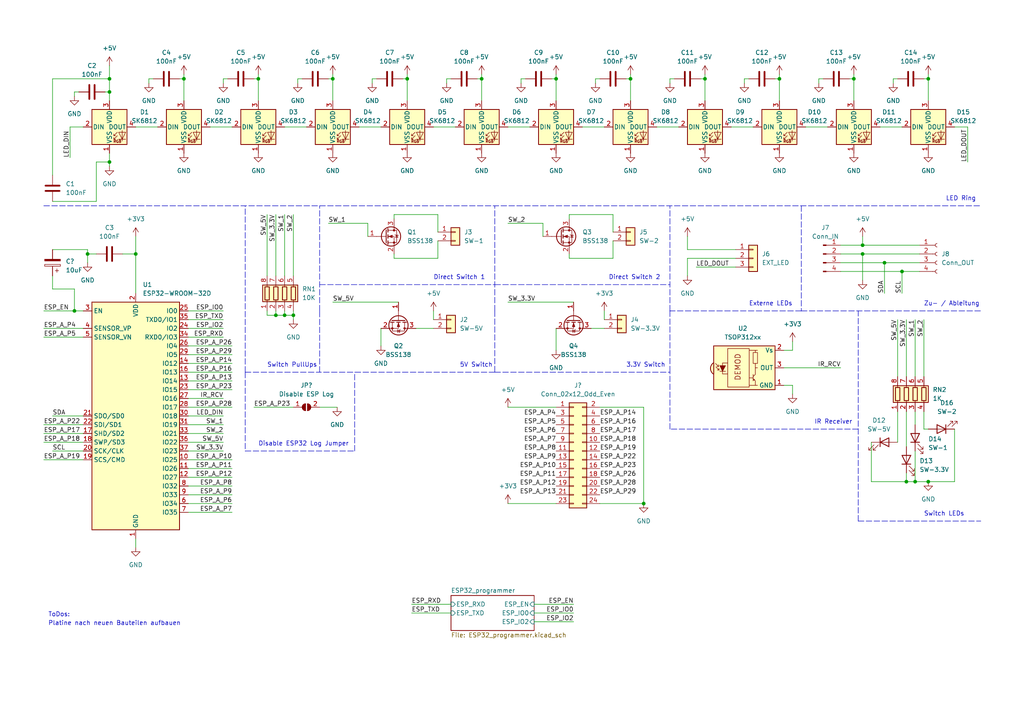
<source format=kicad_sch>
(kicad_sch (version 20211123) (generator eeschema)
  (paper "A4")
  (lib_symbols
    (symbol "Connector:Conn_01x04_Female" (pin_names (offset 1.016) hide)
      (property "Reference" "J" (at 0 5.08 0))
      (property "Value" "Conn_01x04_Female" (at 0 -7.62 0))
      (symbol "Conn_01x04_Female_1_1"
        (pin passive line (at -5.08 2.54 0) (length 3.81) (name "Pin_1") (number "1"))
        (pin passive line (at -5.08 0 0) (length 3.81) (name "Pin_2") (number "2"))
        (pin passive line (at -5.08 -2.54 0) (length 3.81) (name "Pin_3") (number "3"))
        (pin passive line (at -5.08 -5.08 0) (length 3.81) (name "Pin_4") (number "4"))
      )
    )
    (symbol "Connector:Conn_01x04_Male" (pin_names (offset 1.016) hide)
      (property "Reference" "J" (at 0 5.08 0))
      (property "Value" "Conn_01x04_Male" (at 0 -7.62 0))
      (symbol "Conn_01x04_Male_1_1"
        (pin passive line (at 5.08 2.54 180) (length 3.81) (name "Pin_1") (number "1"))
        (pin passive line (at 5.08 0 180) (length 3.81) (name "Pin_2") (number "2"))
        (pin passive line (at 5.08 -2.54 180) (length 3.81) (name "Pin_3") (number "3"))
        (pin passive line (at 5.08 -5.08 180) (length 3.81) (name "Pin_4") (number "4"))
      )
    )
    (symbol "Connector_Generic:Conn_01x02" (pin_names (offset 1.016) hide)
      (property "Reference" "J" (at 0 2.54 0))
      (property "Value" "Conn_01x02" (at 0 -5.08 0))
      (symbol "Conn_01x02_1_1"
        (pin passive line (at -5.08 0 0) (length 3.81) (name "Pin_1") (number "1"))
        (pin passive line (at -5.08 -2.54 0) (length 3.81) (name "Pin_2") (number "2"))
      )
    )
    (symbol "Connector_Generic:Conn_01x03" (pin_names (offset 1.016) hide)
      (property "Reference" "J" (at 0 5.08 0))
      (property "Value" "Conn_01x03" (at 0 -5.08 0))
      (symbol "Conn_01x03_1_1"
        (pin passive line (at -5.08 2.54 0) (length 3.81) (name "Pin_1") (number "1"))
        (pin passive line (at -5.08 0 0) (length 3.81) (name "Pin_2") (number "2"))
        (pin passive line (at -5.08 -2.54 0) (length 3.81) (name "Pin_3") (number "3"))
      )
    )
    (symbol "Connector_Generic:Conn_02x12_Odd_Even" (pin_names (offset 1.016) hide)
      (property "Reference" "J" (at 1.27 15.24 0))
      (property "Value" "Conn_02x12_Odd_Even" (at 1.27 -17.78 0))
      (symbol "Conn_02x12_Odd_Even_1_1"
        (pin passive line (at -5.08 12.7 0) (length 3.81) (name "Pin_1") (number "1"))
        (pin passive line (at 7.62 2.54 180) (length 3.81) (name "Pin_10") (number "10"))
        (pin passive line (at -5.08 0 0) (length 3.81) (name "Pin_11") (number "11"))
        (pin passive line (at 7.62 0 180) (length 3.81) (name "Pin_12") (number "12"))
        (pin passive line (at -5.08 -2.54 0) (length 3.81) (name "Pin_13") (number "13"))
        (pin passive line (at 7.62 -2.54 180) (length 3.81) (name "Pin_14") (number "14"))
        (pin passive line (at -5.08 -5.08 0) (length 3.81) (name "Pin_15") (number "15"))
        (pin passive line (at 7.62 -5.08 180) (length 3.81) (name "Pin_16") (number "16"))
        (pin passive line (at -5.08 -7.62 0) (length 3.81) (name "Pin_17") (number "17"))
        (pin passive line (at 7.62 -7.62 180) (length 3.81) (name "Pin_18") (number "18"))
        (pin passive line (at -5.08 -10.16 0) (length 3.81) (name "Pin_19") (number "19"))
        (pin passive line (at 7.62 12.7 180) (length 3.81) (name "Pin_2") (number "2"))
        (pin passive line (at 7.62 -10.16 180) (length 3.81) (name "Pin_20") (number "20"))
        (pin passive line (at -5.08 -12.7 0) (length 3.81) (name "Pin_21") (number "21"))
        (pin passive line (at 7.62 -12.7 180) (length 3.81) (name "Pin_22") (number "22"))
        (pin passive line (at -5.08 -15.24 0) (length 3.81) (name "Pin_23") (number "23"))
        (pin passive line (at 7.62 -15.24 180) (length 3.81) (name "Pin_24") (number "24"))
        (pin passive line (at -5.08 10.16 0) (length 3.81) (name "Pin_3") (number "3"))
        (pin passive line (at 7.62 10.16 180) (length 3.81) (name "Pin_4") (number "4"))
        (pin passive line (at -5.08 7.62 0) (length 3.81) (name "Pin_5") (number "5"))
        (pin passive line (at 7.62 7.62 180) (length 3.81) (name "Pin_6") (number "6"))
        (pin passive line (at -5.08 5.08 0) (length 3.81) (name "Pin_7") (number "7"))
        (pin passive line (at 7.62 5.08 180) (length 3.81) (name "Pin_8") (number "8"))
        (pin passive line (at -5.08 2.54 0) (length 3.81) (name "Pin_9") (number "9"))
      )
    )
    (symbol "Device:C" (pin_numbers hide) (pin_names (offset 0.254))
      (property "Reference" "C" (at 0.635 2.54 0))
      (property "Value" "C" (at 0.635 -2.54 0))
      (symbol "C_1_1"
        (pin passive line (at 0 3.81 270) (length 2.794) (name "~") (number "1"))
        (pin passive line (at 0 -3.81 90) (length 2.794) (name "~") (number "2"))
      )
    )
    (symbol "Device:C_Polarized" (pin_numbers hide) (pin_names (offset 0.254))
      (property "Reference" "C" (at 0.635 2.54 0))
      (property "Value" "C_Polarized" (at 0.635 -2.54 0))
      (symbol "C_Polarized_1_1"
        (pin passive line (at 0 3.81 270) (length 2.794) (name "~") (number "1"))
        (pin passive line (at 0 -3.81 90) (length 2.794) (name "~") (number "2"))
      )
    )
    (symbol "Device:LED" (pin_numbers hide) (pin_names (offset 1.016) hide)
      (property "Reference" "D" (at 0 2.54 0))
      (property "Value" "LED" (at 0 -2.54 0))
      (symbol "LED_1_1"
        (pin passive line (at -3.81 0 0) (length 2.54) (name "K") (number "1"))
        (pin passive line (at 3.81 0 180) (length 2.54) (name "A") (number "2"))
      )
    )
    (symbol "Device:R_Pack04" (pin_names (offset 0) hide)
      (property "Reference" "RN" (at -7.62 0 90))
      (property "Value" "R_Pack04" (at 5.08 0 90))
      (symbol "R_Pack04_1_1"
        (pin passive line (at -5.08 -5.08 90) (length 2.54) (name "R1.1") (number "1"))
        (pin passive line (at -2.54 -5.08 90) (length 2.54) (name "R2.1") (number "2"))
        (pin passive line (at 0 -5.08 90) (length 2.54) (name "R3.1") (number "3"))
        (pin passive line (at 2.54 -5.08 90) (length 2.54) (name "R4.1") (number "4"))
        (pin passive line (at 2.54 5.08 270) (length 2.54) (name "R4.2") (number "5"))
        (pin passive line (at 0 5.08 270) (length 2.54) (name "R3.2") (number "6"))
        (pin passive line (at -2.54 5.08 270) (length 2.54) (name "R2.2") (number "7"))
        (pin passive line (at -5.08 5.08 270) (length 2.54) (name "R1.2") (number "8"))
      )
    )
    (symbol "Interface_Optical:TSOP312xx"
      (property "Reference" "U" (at -10.16 7.62 0))
      (property "Value" "TSOP312xx" (at -10.16 -7.62 0))
      (symbol "TSOP312xx_0_0"
        (text "DEMOD" (at -3.175 0.254 900) (effects (font (size 1.524 1.524))))
      )
      (symbol "TSOP312xx_1_1"
        (pin power_in line (at 10.16 -5.08 180) (length 2.54) (name "GND") (number "1"))
        (pin power_in line (at 10.16 5.08 180) (length 2.54) (name "Vs") (number "2"))
        (pin output line (at 10.16 0 180) (length 2.54) (name "OUT") (number "3"))
      )
    )
    (symbol "Jumper:SolderJumper_2_Open" (pin_names (offset 0) hide)
      (property "Reference" "JP" (at 0 2.032 0))
      (property "Value" "SolderJumper_2_Open" (at 0 -2.54 0))
      (symbol "SolderJumper_2_Open_1_1"
        (pin passive line (at -3.81 0 0) (length 2.54) (name "A") (number "1"))
        (pin passive line (at 3.81 0 180) (length 2.54) (name "B") (number "2"))
      )
    )
    (symbol "LED:SK6812" (pin_names (offset 0.254))
      (property "Reference" "D" (at 5.08 5.715 0))
      (property "Value" "SK6812" (at 1.27 -5.715 0))
      (symbol "SK6812_0_0"
        (text "RGB" (at 2.286 -4.191 0) (effects (font (size 0.762 0.762))))
      )
      (symbol "SK6812_1_1"
        (pin power_in line (at 0 -7.62 90) (length 2.54) (name "VSS") (number "1"))
        (pin input line (at -7.62 0 0) (length 2.54) (name "DIN") (number "2"))
        (pin power_in line (at 0 7.62 270) (length 2.54) (name "VDD") (number "3"))
        (pin output line (at 7.62 0 180) (length 2.54) (name "DOUT") (number "4"))
      )
    )
    (symbol "RF_Module:ESP32-WROOM-32D"
      (property "Reference" "U" (at -12.7 34.29 0))
      (property "Value" "ESP32-WROOM-32D" (at 1.27 34.29 0))
      (symbol "ESP32-WROOM-32D_1_1"
        (pin power_in line (at 0 -35.56 90) (length 2.54) (name "GND") (number "1"))
        (pin bidirectional line (at 15.24 -12.7 180) (length 2.54) (name "IO25") (number "10"))
        (pin bidirectional line (at 15.24 -15.24 180) (length 2.54) (name "IO26") (number "11"))
        (pin bidirectional line (at 15.24 -17.78 180) (length 2.54) (name "IO27") (number "12"))
        (pin bidirectional line (at 15.24 10.16 180) (length 2.54) (name "IO14") (number "13"))
        (pin bidirectional line (at 15.24 15.24 180) (length 2.54) (name "IO12") (number "14"))
        (pin passive line (at 0 -35.56 90) (length 2.54) hide (name "GND") (number "15"))
        (pin bidirectional line (at 15.24 12.7 180) (length 2.54) (name "IO13") (number "16"))
        (pin bidirectional line (at -15.24 -5.08 0) (length 2.54) (name "SHD/SD2") (number "17"))
        (pin bidirectional line (at -15.24 -7.62 0) (length 2.54) (name "SWP/SD3") (number "18"))
        (pin bidirectional line (at -15.24 -12.7 0) (length 2.54) (name "SCS/CMD") (number "19"))
        (pin power_in line (at 0 35.56 270) (length 2.54) (name "VDD") (number "2"))
        (pin bidirectional line (at -15.24 -10.16 0) (length 2.54) (name "SCK/CLK") (number "20"))
        (pin bidirectional line (at -15.24 0 0) (length 2.54) (name "SDO/SD0") (number "21"))
        (pin bidirectional line (at -15.24 -2.54 0) (length 2.54) (name "SDI/SD1") (number "22"))
        (pin bidirectional line (at 15.24 7.62 180) (length 2.54) (name "IO15") (number "23"))
        (pin bidirectional line (at 15.24 25.4 180) (length 2.54) (name "IO2") (number "24"))
        (pin bidirectional line (at 15.24 30.48 180) (length 2.54) (name "IO0") (number "25"))
        (pin bidirectional line (at 15.24 20.32 180) (length 2.54) (name "IO4") (number "26"))
        (pin bidirectional line (at 15.24 5.08 180) (length 2.54) (name "IO16") (number "27"))
        (pin bidirectional line (at 15.24 2.54 180) (length 2.54) (name "IO17") (number "28"))
        (pin bidirectional line (at 15.24 17.78 180) (length 2.54) (name "IO5") (number "29"))
        (pin input line (at -15.24 30.48 0) (length 2.54) (name "EN") (number "3"))
        (pin bidirectional line (at 15.24 0 180) (length 2.54) (name "IO18") (number "30"))
        (pin bidirectional line (at 15.24 -2.54 180) (length 2.54) (name "IO19") (number "31"))
        (pin no_connect line (at -12.7 -27.94 0) (length 2.54) hide (name "NC") (number "32"))
        (pin bidirectional line (at 15.24 -5.08 180) (length 2.54) (name "IO21") (number "33"))
        (pin bidirectional line (at 15.24 22.86 180) (length 2.54) (name "RXD0/IO3") (number "34"))
        (pin bidirectional line (at 15.24 27.94 180) (length 2.54) (name "TXD0/IO1") (number "35"))
        (pin bidirectional line (at 15.24 -7.62 180) (length 2.54) (name "IO22") (number "36"))
        (pin bidirectional line (at 15.24 -10.16 180) (length 2.54) (name "IO23") (number "37"))
        (pin passive line (at 0 -35.56 90) (length 2.54) hide (name "GND") (number "38"))
        (pin passive line (at 0 -35.56 90) (length 2.54) hide (name "GND") (number "39"))
        (pin input line (at -15.24 25.4 0) (length 2.54) (name "SENSOR_VP") (number "4"))
        (pin input line (at -15.24 22.86 0) (length 2.54) (name "SENSOR_VN") (number "5"))
        (pin input line (at 15.24 -25.4 180) (length 2.54) (name "IO34") (number "6"))
        (pin input line (at 15.24 -27.94 180) (length 2.54) (name "IO35") (number "7"))
        (pin bidirectional line (at 15.24 -20.32 180) (length 2.54) (name "IO32") (number "8"))
        (pin bidirectional line (at 15.24 -22.86 180) (length 2.54) (name "IO33") (number "9"))
      )
    )
    (symbol "Transistor_FET:BS170F" (pin_names hide)
      (property "Reference" "Q" (at 5.08 1.905 0))
      (property "Value" "BS170F" (at 5.08 0 0))
      (symbol "BS170F_1_1"
        (pin input line (at -5.08 0 0) (length 2.54) (name "G") (number "1"))
        (pin passive line (at 2.54 -5.08 90) (length 2.54) (name "S") (number "2"))
        (pin passive line (at 2.54 5.08 270) (length 2.54) (name "D") (number "3"))
      )
    )
    (symbol "power:+3.3V" (power) (pin_names (offset 0))
      (property "Value" "+3.3V" (at 0 3.556 0))
      (symbol "+3.3V_1_1"
        (pin power_in line (at 0 0 90) (length 0) hide (name "+3V3") (number "1"))
      )
    )
    (symbol "power:+5V" (power) (pin_names (offset 0))
      (property "Value" "+5V" (at 0 3.556 0))
      (symbol "+5V_1_1"
        (pin power_in line (at 0 0 90) (length 0) hide (name "+5V") (number "1"))
      )
    )
    (symbol "power:GND" (power) (pin_names (offset 0))
      (property "Value" "GND" (at 0 -3.81 0))
      (symbol "GND_1_1"
        (pin power_in line (at 0 0 270) (length 0) hide (name "GND") (number "1"))
      )
    )
  )
  (junction (at 186.69 146.05))
  (junction (at 74.93 22.86))
  (junction (at 80.01 91.44))
  (junction (at 82.55 91.44))
  (junction (at 182.88 22.86))
  (junction (at 85.09 91.44))
  (junction (at 269.24 22.86))
  (junction (at 250.19 71.12))
  (junction (at 53.34 22.86))
  (junction (at 250.19 73.66))
  (junction (at 265.43 139.7))
  (junction (at 25.4 73.66))
  (junction (at 31.75 22.86))
  (junction (at 269.24 139.7))
  (junction (at 96.52 22.86))
  (junction (at 39.37 73.66))
  (junction (at 31.75 26.67))
  (junction (at 261.62 78.74))
  (junction (at 247.65 22.86))
  (junction (at 21.59 90.17))
  (junction (at 204.47 22.86))
  (junction (at 161.29 22.86))
  (junction (at 262.89 139.7))
  (junction (at 118.11 22.86))
  (junction (at 226.06 22.86))
  (junction (at 139.7 22.86))
  (junction (at 31.75 46.99))
  (junction (at 256.54 76.2))
  (wire (pts (xy 39.37 85.09) (xy 39.37 73.66)))
  (wire (pts (xy 195.58 22.86) (xy 194.31 22.86)))
  (wire (pts (xy 114.3 74.93) (xy 114.3 73.66)))
  (wire (pts (xy 165.1 74.93) (xy 177.8 74.93)))
  (wire (pts (xy 85.09 62.23) (xy 85.09 80.01)))
  (wire (pts (xy 54.61 113.03) (xy 67.31 113.03)))
  (wire (pts (xy 154.94 175.26) (xy 166.37 175.26)))
  (wire (pts (xy 260.35 119.38) (xy 260.35 128.27)))
  (wire (pts (xy 269.24 21.59) (xy 269.24 22.86)))
  (wire (pts (xy 237.49 22.86) (xy 237.49 24.13)))
  (polyline (pts (xy 71.12 107.95) (xy 92.71 107.95)))
  (wire (pts (xy 73.66 118.11) (xy 85.09 118.11)))
  (wire (pts (xy 243.84 73.66) (xy 250.19 73.66)))
  (wire (pts (xy 265.43 139.7) (xy 262.89 139.7)))
  (wire (pts (xy 165.1 62.23) (xy 177.8 62.23)))
  (polyline (pts (xy 12.7 59.69) (xy 284.48 59.69)))
  (wire (pts (xy 165.1 74.93) (xy 165.1 73.66)))
  (wire (pts (xy 31.75 46.99) (xy 31.75 44.45)))
  (wire (pts (xy 15.24 72.39) (xy 25.4 72.39)))
  (wire (pts (xy 54.61 140.97) (xy 67.31 140.97)))
  (wire (pts (xy 31.75 48.26) (xy 31.75 46.99)))
  (wire (pts (xy 269.24 22.86) (xy 269.24 29.21)))
  (wire (pts (xy 54.61 110.49) (xy 67.31 110.49)))
  (wire (pts (xy 255.27 36.83) (xy 261.62 36.83)))
  (wire (pts (xy 161.29 21.59) (xy 161.29 22.86)))
  (wire (pts (xy 125.73 90.17) (xy 125.73 92.71)))
  (wire (pts (xy 53.34 22.86) (xy 53.34 29.21)))
  (wire (pts (xy 54.61 115.57) (xy 64.77 115.57)))
  (wire (pts (xy 80.01 62.23) (xy 80.01 80.01)))
  (wire (pts (xy 256.54 76.2) (xy 256.54 85.09)))
  (wire (pts (xy 31.75 19.05) (xy 31.75 22.86)))
  (wire (pts (xy 31.75 26.67) (xy 31.75 29.21)))
  (wire (pts (xy 250.19 68.58) (xy 250.19 71.12)))
  (wire (pts (xy 215.9 22.86) (xy 215.9 24.13)))
  (wire (pts (xy 161.29 95.25) (xy 161.29 101.6)))
  (polyline (pts (xy 143.51 82.55) (xy 194.31 82.55)))
  (wire (pts (xy 95.25 22.86) (xy 96.52 22.86)))
  (wire (pts (xy 114.3 62.23) (xy 127 62.23)))
  (wire (pts (xy 256.54 76.2) (xy 266.7 76.2)))
  (wire (pts (xy 130.81 22.86) (xy 129.54 22.86)))
  (wire (pts (xy 138.43 22.86) (xy 139.7 22.86)))
  (wire (pts (xy 21.59 83.82) (xy 15.24 83.82)))
  (wire (pts (xy 246.38 22.86) (xy 247.65 22.86)))
  (wire (pts (xy 127 62.23) (xy 127 67.31)))
  (wire (pts (xy 175.26 90.17) (xy 175.26 92.71)))
  (wire (pts (xy 54.61 105.41) (xy 67.31 105.41)))
  (wire (pts (xy 262.89 119.38) (xy 262.89 129.54)))
  (wire (pts (xy 217.17 22.86) (xy 215.9 22.86)))
  (wire (pts (xy 177.8 74.93) (xy 177.8 69.85)))
  (wire (pts (xy 147.32 118.11) (xy 161.29 118.11)))
  (wire (pts (xy 265.43 130.81) (xy 265.43 139.7)))
  (wire (pts (xy 171.45 95.25) (xy 175.26 95.25)))
  (wire (pts (xy 85.09 91.44) (xy 85.09 92.71)))
  (wire (pts (xy 12.7 125.73) (xy 24.13 125.73)))
  (wire (pts (xy 267.97 92.71) (xy 267.97 109.22)))
  (wire (pts (xy 73.66 22.86) (xy 74.93 22.86)))
  (wire (pts (xy 194.31 22.86) (xy 194.31 24.13)))
  (polyline (pts (xy 143.51 107.95) (xy 92.71 107.95)))
  (polyline (pts (xy 194.31 90.17) (xy 194.31 59.69)))
  (wire (pts (xy 168.91 36.83) (xy 175.26 36.83)))
  (wire (pts (xy 106.68 68.58) (xy 106.68 64.77)))
  (wire (pts (xy 25.4 76.2) (xy 25.4 73.66)))
  (wire (pts (xy 80.01 91.44) (xy 82.55 91.44)))
  (polyline (pts (xy 92.71 107.95) (xy 92.71 90.17)))
  (wire (pts (xy 82.55 62.23) (xy 82.55 80.01)))
  (wire (pts (xy 226.06 22.86) (xy 226.06 29.21)))
  (wire (pts (xy 177.8 62.23) (xy 177.8 67.31)))
  (wire (pts (xy 129.54 22.86) (xy 129.54 24.13)))
  (wire (pts (xy 265.43 92.71) (xy 265.43 109.22)))
  (polyline (pts (xy 232.41 59.69) (xy 232.41 90.17)))
  (wire (pts (xy 44.45 22.86) (xy 43.18 22.86)))
  (wire (pts (xy 252.73 128.27) (xy 252.73 139.7)))
  (wire (pts (xy 154.94 180.34) (xy 166.37 180.34)))
  (polyline (pts (xy 232.41 90.17) (xy 194.31 90.17)))
  (wire (pts (xy 54.61 133.35) (xy 67.31 133.35)))
  (wire (pts (xy 233.68 36.83) (xy 240.03 36.83)))
  (wire (pts (xy 21.59 26.67) (xy 21.59 27.94)))
  (wire (pts (xy 151.13 22.86) (xy 151.13 24.13)))
  (wire (pts (xy 96.52 21.59) (xy 96.52 22.86)))
  (wire (pts (xy 139.7 21.59) (xy 139.7 22.86)))
  (polyline (pts (xy 194.31 124.46) (xy 194.31 107.95)))
  (wire (pts (xy 116.84 22.86) (xy 118.11 22.86)))
  (wire (pts (xy 265.43 119.38) (xy 265.43 123.19)))
  (polyline (pts (xy 71.12 130.81) (xy 102.87 130.81)))
  (wire (pts (xy 54.61 125.73) (xy 64.77 125.73)))
  (wire (pts (xy 109.22 22.86) (xy 107.95 22.86)))
  (wire (pts (xy 12.7 133.35) (xy 24.13 133.35)))
  (wire (pts (xy 157.48 68.58) (xy 157.48 64.77)))
  (wire (pts (xy 54.61 97.79) (xy 64.77 97.79)))
  (wire (pts (xy 60.96 36.83) (xy 67.31 36.83)))
  (wire (pts (xy 259.08 22.86) (xy 259.08 24.13)))
  (wire (pts (xy 152.4 22.86) (xy 151.13 22.86)))
  (wire (pts (xy 77.47 62.23) (xy 77.47 80.01)))
  (wire (pts (xy 66.04 22.86) (xy 64.77 22.86)))
  (polyline (pts (xy 71.12 107.95) (xy 71.12 59.69)))
  (wire (pts (xy 190.5 36.83) (xy 196.85 36.83)))
  (wire (pts (xy 199.39 74.93) (xy 199.39 80.01)))
  (wire (pts (xy 54.61 135.89) (xy 67.31 135.89)))
  (wire (pts (xy 186.69 118.11) (xy 186.69 146.05)))
  (wire (pts (xy 213.36 74.93) (xy 199.39 74.93)))
  (wire (pts (xy 118.11 22.86) (xy 118.11 29.21)))
  (wire (pts (xy 201.93 77.47) (xy 213.36 77.47)))
  (wire (pts (xy 139.7 22.86) (xy 139.7 29.21)))
  (wire (pts (xy 54.61 148.59) (xy 67.31 148.59)))
  (wire (pts (xy 54.61 120.65) (xy 64.77 120.65)))
  (wire (pts (xy 276.86 124.46) (xy 276.86 139.7)))
  (wire (pts (xy 87.63 22.86) (xy 86.36 22.86)))
  (wire (pts (xy 267.97 124.46) (xy 269.24 124.46)))
  (wire (pts (xy 165.1 63.5) (xy 165.1 62.23)))
  (wire (pts (xy 280.67 36.83) (xy 280.67 46.99)))
  (wire (pts (xy 173.99 22.86) (xy 172.72 22.86)))
  (wire (pts (xy 227.33 106.68) (xy 243.84 106.68)))
  (wire (pts (xy 110.49 95.25) (xy 110.49 100.33)))
  (wire (pts (xy 173.99 146.05) (xy 186.69 146.05)))
  (wire (pts (xy 80.01 90.17) (xy 80.01 91.44)))
  (wire (pts (xy 21.59 90.17) (xy 21.59 83.82)))
  (wire (pts (xy 127 74.93) (xy 127 69.85)))
  (wire (pts (xy 104.14 36.83) (xy 110.49 36.83)))
  (wire (pts (xy 250.19 71.12) (xy 266.7 71.12)))
  (wire (pts (xy 39.37 36.83) (xy 45.72 36.83)))
  (wire (pts (xy 147.32 146.05) (xy 161.29 146.05)))
  (wire (pts (xy 204.47 22.86) (xy 204.47 29.21)))
  (wire (pts (xy 262.89 92.71) (xy 262.89 109.22)))
  (wire (pts (xy 114.3 63.5) (xy 114.3 62.23)))
  (wire (pts (xy 54.61 100.33) (xy 67.31 100.33)))
  (wire (pts (xy 260.35 22.86) (xy 259.08 22.86)))
  (wire (pts (xy 203.2 22.86) (xy 204.47 22.86)))
  (wire (pts (xy 276.86 36.83) (xy 280.67 36.83)))
  (wire (pts (xy 54.61 90.17) (xy 64.77 90.17)))
  (polyline (pts (xy 248.92 151.13) (xy 248.92 90.17)))
  (wire (pts (xy 54.61 146.05) (xy 67.31 146.05)))
  (wire (pts (xy 39.37 68.58) (xy 39.37 73.66)))
  (polyline (pts (xy 92.71 82.55) (xy 143.51 82.55)))
  (wire (pts (xy 147.32 64.77) (xy 157.48 64.77)))
  (wire (pts (xy 276.86 139.7) (xy 269.24 139.7)))
  (wire (pts (xy 267.97 119.38) (xy 267.97 124.46)))
  (wire (pts (xy 118.11 21.59) (xy 118.11 22.86)))
  (wire (pts (xy 53.34 21.59) (xy 53.34 22.86)))
  (wire (pts (xy 54.61 138.43) (xy 67.31 138.43)))
  (wire (pts (xy 39.37 156.21) (xy 39.37 158.75)))
  (wire (pts (xy 12.7 90.17) (xy 21.59 90.17)))
  (wire (pts (xy 27.94 46.99) (xy 31.75 46.99)))
  (wire (pts (xy 54.61 128.27) (xy 64.77 128.27)))
  (wire (pts (xy 30.48 26.67) (xy 31.75 26.67)))
  (wire (pts (xy 147.32 87.63) (xy 166.37 87.63)))
  (wire (pts (xy 54.61 107.95) (xy 67.31 107.95)))
  (wire (pts (xy 212.09 36.83) (xy 218.44 36.83)))
  (wire (pts (xy 64.77 22.86) (xy 64.77 24.13)))
  (polyline (pts (xy 194.31 90.17) (xy 194.31 107.95)))
  (wire (pts (xy 204.47 21.59) (xy 204.47 22.86)))
  (wire (pts (xy 147.32 36.83) (xy 153.67 36.83)))
  (wire (pts (xy 54.61 102.87) (xy 67.31 102.87)))
  (wire (pts (xy 182.88 22.86) (xy 182.88 29.21)))
  (wire (pts (xy 86.36 22.86) (xy 86.36 24.13)))
  (wire (pts (xy 172.72 22.86) (xy 172.72 24.13)))
  (wire (pts (xy 54.61 92.71) (xy 64.77 92.71)))
  (polyline (pts (xy 143.51 90.17) (xy 143.51 59.69)))
  (wire (pts (xy 243.84 71.12) (xy 250.19 71.12)))
  (wire (pts (xy 20.32 36.83) (xy 20.32 45.72)))
  (wire (pts (xy 82.55 91.44) (xy 85.09 91.44)))
  (wire (pts (xy 12.7 97.79) (xy 24.13 97.79)))
  (polyline (pts (xy 143.51 90.17) (xy 143.51 107.95)))
  (polyline (pts (xy 102.87 130.81) (xy 102.87 107.95)))
  (wire (pts (xy 262.89 139.7) (xy 262.89 137.16)))
  (wire (pts (xy 77.47 90.17) (xy 77.47 91.44)))
  (wire (pts (xy 173.99 118.11) (xy 186.69 118.11)))
  (wire (pts (xy 12.7 123.19) (xy 24.13 123.19)))
  (wire (pts (xy 250.19 73.66) (xy 266.7 73.66)))
  (wire (pts (xy 74.93 22.86) (xy 74.93 29.21)))
  (polyline (pts (xy 248.92 124.46) (xy 194.31 124.46)))
  (wire (pts (xy 227.33 101.6) (xy 229.87 101.6)))
  (wire (pts (xy 95.25 64.77) (xy 106.68 64.77)))
  (wire (pts (xy 24.13 36.83) (xy 20.32 36.83)))
  (polyline (pts (xy 143.51 107.95) (xy 194.31 107.95)))
  (wire (pts (xy 31.75 22.86) (xy 15.24 22.86)))
  (wire (pts (xy 119.38 175.26) (xy 130.81 175.26)))
  (wire (pts (xy 261.62 78.74) (xy 261.62 85.09)))
  (wire (pts (xy 226.06 21.59) (xy 226.06 22.86)))
  (wire (pts (xy 92.71 118.11) (xy 97.79 118.11)))
  (wire (pts (xy 247.65 21.59) (xy 247.65 22.86)))
  (wire (pts (xy 25.4 72.39) (xy 25.4 73.66)))
  (wire (pts (xy 85.09 90.17) (xy 85.09 91.44)))
  (wire (pts (xy 213.36 72.39) (xy 199.39 72.39)))
  (wire (pts (xy 96.52 22.86) (xy 96.52 29.21)))
  (polyline (pts (xy 232.41 90.17) (xy 284.48 90.17)))
  (wire (pts (xy 229.87 99.06) (xy 229.87 101.6)))
  (wire (pts (xy 243.84 76.2) (xy 256.54 76.2)))
  (wire (pts (xy 15.24 22.86) (xy 15.24 50.8)))
  (wire (pts (xy 269.24 139.7) (xy 265.43 139.7)))
  (wire (pts (xy 82.55 90.17) (xy 82.55 91.44)))
  (wire (pts (xy 252.73 139.7) (xy 262.89 139.7)))
  (wire (pts (xy 250.19 73.66) (xy 250.19 81.28)))
  (wire (pts (xy 43.18 22.86) (xy 43.18 24.13)))
  (wire (pts (xy 125.73 36.83) (xy 132.08 36.83)))
  (wire (pts (xy 161.29 22.86) (xy 161.29 29.21)))
  (wire (pts (xy 107.95 22.86) (xy 107.95 24.13)))
  (wire (pts (xy 31.75 22.86) (xy 31.75 26.67)))
  (wire (pts (xy 12.7 128.27) (xy 24.13 128.27)))
  (wire (pts (xy 22.86 26.67) (xy 21.59 26.67)))
  (wire (pts (xy 119.38 177.8) (xy 130.81 177.8)))
  (wire (pts (xy 227.33 111.76) (xy 229.87 111.76)))
  (wire (pts (xy 181.61 22.86) (xy 182.88 22.86)))
  (wire (pts (xy 224.79 22.86) (xy 226.06 22.86)))
  (wire (pts (xy 199.39 68.58) (xy 199.39 72.39)))
  (wire (pts (xy 21.59 90.17) (xy 24.13 90.17)))
  (wire (pts (xy 160.02 22.86) (xy 161.29 22.86)))
  (wire (pts (xy 15.24 130.81) (xy 24.13 130.81)))
  (wire (pts (xy 96.52 87.63) (xy 115.57 87.63)))
  (wire (pts (xy 15.24 83.82) (xy 15.24 80.01)))
  (wire (pts (xy 54.61 118.11) (xy 67.31 118.11)))
  (wire (pts (xy 54.61 143.51) (xy 67.31 143.51)))
  (wire (pts (xy 114.3 74.93) (xy 127 74.93)))
  (wire (pts (xy 182.88 21.59) (xy 182.88 22.86)))
  (wire (pts (xy 77.47 91.44) (xy 80.01 91.44)))
  (polyline (pts (xy 92.71 90.17) (xy 92.71 59.69)))
  (wire (pts (xy 39.37 73.66) (xy 35.56 73.66)))
  (wire (pts (xy 247.65 22.86) (xy 247.65 29.21)))
  (wire (pts (xy 82.55 36.83) (xy 88.9 36.83)))
  (wire (pts (xy 54.61 123.19) (xy 64.77 123.19)))
  (wire (pts (xy 243.84 78.74) (xy 261.62 78.74)))
  (wire (pts (xy 238.76 22.86) (xy 237.49 22.86)))
  (wire (pts (xy 229.87 114.3) (xy 229.87 111.76)))
  (wire (pts (xy 15.24 58.42) (xy 27.94 58.42)))
  (wire (pts (xy 54.61 130.81) (xy 64.77 130.81)))
  (polyline (pts (xy 71.12 107.95) (xy 71.12 130.81)))
  (wire (pts (xy 12.7 95.25) (xy 24.13 95.25)))
  (wire (pts (xy 27.94 58.42) (xy 27.94 46.99)))
  (wire (pts (xy 260.35 92.71) (xy 260.35 109.22)))
  (wire (pts (xy 261.62 78.74) (xy 266.7 78.74)))
  (wire (pts (xy 74.93 21.59) (xy 74.93 22.86)))
  (wire (pts (xy 120.65 95.25) (xy 125.73 95.25)))
  (polyline (pts (xy 248.92 151.13) (xy 284.48 151.13)))
  (wire (pts (xy 154.94 177.8) (xy 166.37 177.8)))
  (wire (pts (xy 54.61 95.25) (xy 64.77 95.25)))
  (wire (pts (xy 267.97 22.86) (xy 269.24 22.86)))
  (wire (pts (xy 25.4 73.66) (xy 27.94 73.66)))
  (wire (pts (xy 15.24 120.65) (xy 24.13 120.65)))
  (wire (pts (xy 52.07 22.86) (xy 53.34 22.86)))
  (text "IR Receiver" (at 236.22 123.19 0) (effects (font (size 1.27 1.27)) (justify left bottom)))
  (text "Switch LEDs" (at 267.97 149.86 0) (effects (font (size 1.27 1.27)) (justify left bottom)))
  (text "Zu- / Ableitung" (at 267.97 88.9 0) (effects (font (size 1.27 1.27)) (justify left bottom)))
  (text "ToDos:" (at 13.97 179.07 0) (effects (font (size 1.27 1.27)) (justify left bottom)))
  (text "5V Switch" (at 133.35 106.68 0) (effects (font (size 1.27 1.27)) (justify left bottom)))
  (text "LED Ring" (at 274.32 58.42 0) (effects (font (size 1.27 1.27)) (justify left bottom)))
  (text "Switch PullUps" (at 77.47 106.68 0) (effects (font (size 1.27 1.27)) (justify left bottom)))
  (text "3.3V Switch" (at 181.61 106.68 0) (effects (font (size 1.27 1.27)) (justify left bottom)))
  (text "Platine nach neuen Bauteilen aufbauen" (at 13.97 181.61 0) (effects (font (size 1.27 1.27)) (justify left bottom)))
  (text "Direct Switch 2" (at 176.53 81.28 0) (effects (font (size 1.27 1.27)) (justify left bottom)))
  (text "Externe LEDs" (at 229.87 88.9 180) (effects (font (size 1.27 1.27)) (justify right bottom)))
  (text "Direct Switch 1" (at 125.73 81.28 0) (effects (font (size 1.27 1.27)) (justify left bottom)))
  (text "Disable ESP32 Log Jumper" (at 74.93 129.54 0) (effects (font (size 1.27 1.27)) (justify left bottom)))
  (label "ESP_TXD" (at 119.38 177.8 0))
  (label "ESP_A_P19" (at 173.99 130.81 0))
  (label "ESP_A_P5" (at 12.7 97.79 0))
  (label "ESP_A_P17" (at 12.7 125.73 0))
  (label "SW_5V" (at 96.52 87.63 0))
  (label "ESP_A_P22" (at 173.99 133.35 0))
  (label "ESP_A_P22" (at 12.7 123.19 0))
  (label "SW_2" (at 267.97 92.71 270))
  (label "SW_3.3V" (at 147.32 87.63 0))
  (label "ESP_A_P18" (at 12.7 128.27 0))
  (label "ESP_A_P23" (at 173.99 135.89 0))
  (label "ESP_A_P6" (at 161.29 125.73 180))
  (label "ESP_A_P29" (at 173.99 143.51 0))
  (label "ESP_RXD" (at 119.38 175.26 0))
  (label "ESP_IO0" (at 64.77 90.17 180))
  (label "ESP_A_P14" (at 173.99 120.65 0))
  (label "ESP_A_P10" (at 161.29 135.89 180))
  (label "LED_DOUT" (at 280.67 46.99 90))
  (label "ESP_IO0" (at 166.37 177.8 180))
  (label "SW_2" (at 64.77 125.73 180))
  (label "SW_5V" (at 260.35 92.71 270))
  (label "ESP_A_P9" (at 161.29 133.35 180))
  (label "ESP_A_P8" (at 161.29 130.81 180))
  (label "ESP_EN" (at 166.37 175.26 180))
  (label "SW_2" (at 85.09 62.23 270))
  (label "LED_DIN" (at 64.77 120.65 180))
  (label "ESP_EN" (at 12.7 90.17 0))
  (label "SW_3.3V" (at 262.89 92.71 270))
  (label "ESP_A_P7" (at 161.29 128.27 180))
  (label "SCL" (at 15.24 130.81 0))
  (label "ESP_TXD" (at 64.77 92.71 180))
  (label "ESP_A_P4" (at 12.7 95.25 0))
  (label "SW_3.3V" (at 80.01 62.23 270))
  (label "ESP_A_P29" (at 67.31 102.87 180))
  (label "ESP_A_P6" (at 67.31 146.05 180))
  (label "ESP_IO2" (at 64.77 95.25 180))
  (label "SDA" (at 256.54 85.09 90))
  (label "ESP_IO2" (at 166.37 180.34 180))
  (label "SW_2" (at 147.32 64.77 0))
  (label "ESP_A_P10" (at 67.31 133.35 180))
  (label "ESP_A_P5" (at 161.29 123.19 180))
  (label "ESP_A_P4" (at 161.29 120.65 180))
  (label "IR_RCV" (at 64.77 115.57 180))
  (label "SW_3.3V" (at 64.77 130.81 180))
  (label "SW_1" (at 82.55 62.23 270))
  (label "SW_5V" (at 64.77 128.27 180))
  (label "ESP_A_P14" (at 67.31 105.41 180))
  (label "ESP_A_P16" (at 173.99 123.19 0))
  (label "ESP_A_P17" (at 173.99 125.73 0))
  (label "SW_1" (at 95.25 64.77 0))
  (label "ESP_A_P16" (at 67.31 107.95 180))
  (label "ESP_A_P12" (at 67.31 138.43 180))
  (label "ESP_A_P28" (at 173.99 140.97 0))
  (label "ESP_A_P11" (at 67.31 135.89 180))
  (label "ESP_A_P12" (at 161.29 140.97 180))
  (label "ESP_A_P26" (at 67.31 100.33 180))
  (label "IR_RCV" (at 243.84 106.68 180))
  (label "ESP_A_P23" (at 73.66 118.11 0))
  (label "ESP_A_P18" (at 173.99 128.27 0))
  (label "LED_DIN" (at 20.32 45.72 90))
  (label "SCL" (at 261.62 85.09 90))
  (label "SW_5V" (at 77.47 62.23 270))
  (label "LED_DOUT" (at 201.93 77.47 0))
  (label "ESP_A_P19" (at 12.7 133.35 0))
  (label "SW_1" (at 64.77 123.19 180))
  (label "ESP_A_P8" (at 67.31 140.97 180))
  (label "SDA" (at 15.24 120.65 0))
  (label "ESP_A_P13" (at 161.29 143.51 180))
  (label "ESP_RXD" (at 64.77 97.79 180))
  (label "ESP_A_P7" (at 67.31 148.59 180))
  (label "ESP_A_P13" (at 67.31 110.49 180))
  (label "ESP_A_P11" (at 161.29 138.43 180))
  (label "SW_1" (at 265.43 92.71 270))
  (label "ESP_A_P26" (at 173.99 138.43 0))
  (label "ESP_A_P28" (at 67.31 118.11 180))
  (label "ESP_A_P9" (at 67.31 143.51 180))
  (label "ESP_A_P23" (at 67.31 113.03 180))
  (symbol (lib_id "Device:R_Pack04") (at 265.43 114.3 0) (unit 1)
    (property "Reference" "RN2" (at 270.51 113.0299 0) (effects (justify left)))
    (property "Value" "1K" (at 270.51 115.5699 0) (effects (justify left)))
    (property "Footprint" "Resistor_SMD:R_Array_Convex_4x0603" (effects hide))
    (property "LCSC" "C20197" (effects hide))
  )
  (symbol (lib_id "power:+5V") (at 147.32 118.11 0) (unit 1)
    (property "Reference" "#PWR?" (effects hide))
    (property "Value" "+5V" (at 147.32 113.03 0))
  )
  (symbol (lib_id "power:GND") (at 229.87 114.3 0) (unit 1)
    (property "Reference" "#PWR042" (effects hide))
    (property "Value" "GND" (at 229.87 119.38 0))
  )
  (symbol (lib_id "Connector_Generic:Conn_01x02") (at 182.88 67.31 0) (unit 1)
    (property "Reference" "J5" (at 185.42 67.3099 0) (effects (justify left)))
    (property "Value" "SW-2" (at 185.42 69.8499 0) (effects (justify left)))
    (property "Footprint" "Connector_JST:JST_PH_S2B-PH-K_1x02_P2.00mm_Horizontal" (effects hide))
    (property "LCSC" "C173752" (effects hide))
  )
  (symbol (lib_id "power:+5V") (at 269.24 21.59 0) (unit 1)
    (property "Reference" "#PWR049" (effects hide))
    (property "Value" "+5V" (at 269.24 16.51 0))
  )
  (symbol (lib_id "LED:SK6812") (at 182.88 36.83 0) (unit 1)
    (property "Reference" "D8" (at 193.04 32.4993 0))
    (property "Value" "SK6812" (at 193.04 35.0393 0))
    (property "Footprint" "LED_SMD:LED_SK6812_PLCC4_5.0x5.0mm_P3.2mm" (effects hide))
    (property "Datasheet" "https://cdn-shop.adafruit.com/product-files/1138/SK6812+LED+datasheet+.pdf" (effects hide))
  )
  (symbol (lib_id "Connector:Conn_01x04_Male") (at 238.76 73.66 0) (unit 1)
    (property "Reference" "J7" (at 239.395 66.04 0))
    (property "Value" "Conn_IN" (at 239.395 68.58 0))
    (property "Footprint" "Connector_JST:JST_PH_S4B-PH-K_1x04_P2.00mm_Horizontal" (effects hide))
    (property "LCSC" "C157926" (effects hide))
  )
  (symbol (lib_id "Device:C") (at 113.03 22.86 90) (unit 1)
    (property "Reference" "C7" (at 113.03 15.24 90))
    (property "Value" "100nF" (at 113.03 17.78 90))
    (property "Footprint" "Capacitor_SMD:C_0805_2012Metric_Pad1.18x1.45mm_HandSolder" (effects hide))
    (property "LCSC" "C49678" (effects hide))
  )
  (symbol (lib_id "power:+5V") (at 226.06 21.59 0) (unit 1)
    (property "Reference" "#PWR039" (effects hide))
    (property "Value" "+5V" (at 226.06 16.51 0))
  )
  (symbol (lib_id "Transistor_FET:BS170F") (at 111.76 68.58 0) (unit 1)
    (property "Reference" "Q1" (at 118.11 67.3099 0) (effects (justify left)))
    (property "Value" "BSS138" (at 118.11 69.8499 0) (effects (justify left)))
    (property "Footprint" "Package_TO_SOT_SMD:SOT-23" (effects hide))
    (property "Datasheet" "http://www.diodes.com/assets/Datasheets/BS170F.pdf" (effects hide))
    (property "LCSC" "C255592" (effects hide))
  )
  (symbol (lib_id "power:+5V") (at 118.11 21.59 0) (unit 1)
    (property "Reference" "#PWR019" (effects hide))
    (property "Value" "+5V" (at 118.11 16.51 0))
  )
  (symbol (lib_id "LED:SK6812") (at 139.7 36.83 0) (unit 1)
    (property "Reference" "D6" (at 149.86 32.4993 0))
    (property "Value" "SK6812" (at 149.86 35.0393 0))
    (property "Footprint" "LED_SMD:LED_SK6812_PLCC4_5.0x5.0mm_P3.2mm" (effects hide))
    (property "Datasheet" "https://cdn-shop.adafruit.com/product-files/1138/SK6812+LED+datasheet+.pdf" (effects hide))
  )
  (symbol (lib_id "power:GND") (at 129.54 24.13 0) (unit 1)
    (property "Reference" "#PWR022" (effects hide))
    (property "Value" "GND" (at 129.54 29.21 0))
  )
  (symbol (lib_id "Device:C") (at 264.16 22.86 90) (unit 1)
    (property "Reference" "C14" (at 264.16 15.24 90))
    (property "Value" "100nF" (at 264.16 17.78 90))
    (property "Footprint" "Capacitor_SMD:C_0805_2012Metric_Pad1.18x1.45mm_HandSolder" (effects hide))
    (property "LCSC" "C49678" (effects hide))
  )
  (symbol (lib_id "power:GND") (at 172.72 24.13 0) (unit 1)
    (property "Reference" "#PWR029" (effects hide))
    (property "Value" "GND" (at 172.72 29.21 0))
  )
  (symbol (lib_id "power:GND") (at 139.7 44.45 0) (unit 1)
    (property "Reference" "#PWR024" (effects hide))
    (property "Value" "GND" (at 139.7 49.53 0))
  )
  (symbol (lib_id "power:+3.3V") (at 147.32 146.05 0) (unit 1)
    (property "Reference" "#PWR?" (effects hide))
    (property "Value" "+3.3V" (at 147.32 140.97 0))
  )
  (symbol (lib_id "Connector_Generic:Conn_01x03") (at 218.44 74.93 0) (unit 1)
    (property "Reference" "J6" (at 220.98 73.6599 0) (effects (justify left)))
    (property "Value" "EXT_LED" (at 220.98 76.1999 0) (effects (justify left)))
    (property "Footprint" "Connector_JST:JST_PH_S3B-PH-K_1x03_P2.00mm_Horizontal" (effects hide))
    (property "LCSC" "C157929" (effects hide))
  )
  (symbol (lib_id "power:+5V") (at 247.65 21.59 0) (unit 1)
    (property "Reference" "#PWR044" (effects hide))
    (property "Value" "+5V" (at 247.65 16.51 0))
  )
  (symbol (lib_id "LED:SK6812") (at 118.11 36.83 0) (unit 1)
    (property "Reference" "D5" (at 128.27 32.4993 0))
    (property "Value" "SK6812" (at 128.27 35.0393 0))
    (property "Footprint" "LED_SMD:LED_SK6812_PLCC4_5.0x5.0mm_P3.2mm" (effects hide))
    (property "Datasheet" "https://cdn-shop.adafruit.com/product-files/1138/SK6812+LED+datasheet+.pdf" (effects hide))
  )
  (symbol (lib_id "power:GND") (at 21.59 27.94 0) (unit 1)
    (property "Reference" "#PWR01" (effects hide))
    (property "Value" "GND" (at 21.59 33.02 0))
  )
  (symbol (lib_id "LED:SK6812") (at 269.24 36.83 0) (unit 1)
    (property "Reference" "D15" (at 279.4 32.4993 0))
    (property "Value" "SK6812" (at 279.4 35.0393 0))
    (property "Footprint" "LED_SMD:LED_SK6812_PLCC4_5.0x5.0mm_P3.2mm" (effects hide))
    (property "Datasheet" "https://cdn-shop.adafruit.com/product-files/1138/SK6812+LED+datasheet+.pdf" (effects hide))
  )
  (symbol (lib_id "power:GND") (at 186.69 146.05 0) (unit 1)
    (property "Reference" "#PWR?" (effects hide))
    (property "Value" "GND" (at 186.69 151.13 0))
  )
  (symbol (lib_id "power:GND") (at 31.75 48.26 0) (unit 1)
    (property "Reference" "#PWR04" (effects hide))
    (property "Value" "GND" (at 31.75 53.34 0))
  )
  (symbol (lib_id "power:GND") (at 250.19 81.28 0) (unit 1)
    (property "Reference" "#PWR047" (effects hide))
    (property "Value" "GND" (at 250.19 86.36 0))
  )
  (symbol (lib_id "power:GND") (at 161.29 101.6 0) (unit 1)
    (property "Reference" "#PWR028" (effects hide))
    (property "Value" "GND" (at 161.29 106.68 0))
  )
  (symbol (lib_id "power:GND") (at 96.52 44.45 0) (unit 1)
    (property "Reference" "#PWR016" (effects hide))
    (property "Value" "GND" (at 96.52 49.53 0))
  )
  (symbol (lib_id "LED:SK6812") (at 96.52 36.83 0) (unit 1)
    (property "Reference" "D4" (at 106.68 32.4993 0))
    (property "Value" "SK6812" (at 106.68 35.0393 0))
    (property "Footprint" "LED_SMD:LED_SK6812_PLCC4_5.0x5.0mm_P3.2mm" (effects hide))
    (property "Datasheet" "https://cdn-shop.adafruit.com/product-files/1138/SK6812+LED+datasheet+.pdf" (effects hide))
  )
  (symbol (lib_id "Connector_Generic:Conn_01x02") (at 130.81 92.71 0) (unit 1)
    (property "Reference" "J2" (at 133.35 92.7099 0) (effects (justify left)))
    (property "Value" "SW-5V" (at 133.35 95.2499 0) (effects (justify left)))
    (property "Footprint" "Connector_JST:JST_PH_S2B-PH-K_1x02_P2.00mm_Horizontal" (effects hide))
    (property "LCSC" "C173752" (effects hide))
  )
  (symbol (lib_id "power:+5V") (at 182.88 21.59 0) (unit 1)
    (property "Reference" "#PWR031" (effects hide))
    (property "Value" "+5V" (at 182.88 16.51 0))
  )
  (symbol (lib_id "LED:SK6812") (at 74.93 36.83 0) (unit 1)
    (property "Reference" "D3" (at 85.09 32.4993 0))
    (property "Value" "SK6812" (at 85.09 35.0393 0))
    (property "Footprint" "LED_SMD:LED_SK6812_PLCC4_5.0x5.0mm_P3.2mm" (effects hide))
    (property "Datasheet" "https://cdn-shop.adafruit.com/product-files/1138/SK6812+LED+datasheet+.pdf" (effects hide))
  )
  (symbol (lib_id "power:GND") (at 247.65 44.45 0) (unit 1)
    (property "Reference" "#PWR045" (effects hide))
    (property "Value" "GND" (at 247.65 49.53 0))
  )
  (symbol (lib_id "Device:C") (at 26.67 26.67 90) (unit 1)
    (property "Reference" "C2" (at 26.67 19.05 90))
    (property "Value" "100nF" (at 26.67 21.59 90))
    (property "Footprint" "Capacitor_SMD:C_0805_2012Metric_Pad1.18x1.45mm_HandSolder" (effects hide))
    (property "LCSC" "C49678" (effects hide))
  )
  (symbol (lib_id "Interface_Optical:TSOP312xx") (at 217.17 106.68 0) (unit 1)
    (property "Reference" "U2" (at 215.435 95.25 0))
    (property "Value" "TSOP312xx" (at 215.435 97.79 0))
    (property "Footprint" "OptoDevice:Vishay_CAST-3Pin" (effects hide))
    (property "Datasheet" "http://www.vishay.com/docs/82492/tsop312.pdf" (effects hide))
  )
  (symbol (lib_id "Device:C") (at 177.8 22.86 90) (unit 1)
    (property "Reference" "C10" (at 177.8 15.24 90))
    (property "Value" "100nF" (at 177.8 17.78 90))
    (property "Footprint" "Capacitor_SMD:C_0805_2012Metric_Pad1.18x1.45mm_HandSolder" (effects hide))
    (property "LCSC" "C49678" (effects hide))
  )
  (symbol (lib_id "Connector_Generic:Conn_01x02") (at 132.08 67.31 0) (unit 1)
    (property "Reference" "J3" (at 134.62 67.3099 0) (effects (justify left)))
    (property "Value" "SW-1" (at 134.62 69.8499 0) (effects (justify left)))
    (property "Footprint" "Connector_JST:JST_PH_S2B-PH-K_1x02_P2.00mm_Horizontal" (effects hide))
    (property "LCSC" "C173752" (effects hide))
  )
  (symbol (lib_id "LED:SK6812") (at 226.06 36.83 0) (unit 1)
    (property "Reference" "D10" (at 236.22 32.4993 0))
    (property "Value" "SK6812" (at 236.22 35.0393 0))
    (property "Footprint" "LED_SMD:LED_SK6812_PLCC4_5.0x5.0mm_P3.2mm" (effects hide))
    (property "Datasheet" "https://cdn-shop.adafruit.com/product-files/1138/SK6812+LED+datasheet+.pdf" (effects hide))
  )
  (symbol (lib_id "power:GND") (at 237.49 24.13 0) (unit 1)
    (property "Reference" "#PWR043" (effects hide))
    (property "Value" "GND" (at 237.49 29.21 0))
  )
  (symbol (lib_id "power:GND") (at 182.88 44.45 0) (unit 1)
    (property "Reference" "#PWR032" (effects hide))
    (property "Value" "GND" (at 182.88 49.53 0))
  )
  (symbol (lib_id "power:+5V") (at 125.73 90.17 0) (unit 1)
    (property "Reference" "#PWR021" (effects hide))
    (property "Value" "+5V" (at 125.73 85.09 0))
  )
  (symbol (lib_id "Transistor_FET:BS170F") (at 166.37 92.71 270) (unit 1)
    (property "Reference" "Q4" (at 166.37 100.33 90))
    (property "Value" "BSS138" (at 166.37 102.87 90))
    (property "Footprint" "Package_TO_SOT_SMD:SOT-23" (effects hide))
    (property "Datasheet" "http://www.diodes.com/assets/Datasheets/BS170F.pdf" (effects hide))
    (property "LCSC" "C255592" (effects hide))
  )
  (symbol (lib_id "power:GND") (at 43.18 24.13 0) (unit 1)
    (property "Reference" "#PWR07" (effects hide))
    (property "Value" "GND" (at 43.18 29.21 0))
  )
  (symbol (lib_id "Connector:Conn_01x04_Female") (at 271.78 73.66 0) (unit 1)
    (property "Reference" "J8" (at 273.05 73.6599 0) (effects (justify left)))
    (property "Value" "Conn_OUT" (at 273.05 76.1999 0) (effects (justify left)))
    (property "Footprint" "Connector_JST:JST_PH_S4B-PH-K_1x04_P2.00mm_Horizontal" (effects hide))
    (property "LCSC" "C157926" (effects hide))
  )
  (symbol (lib_id "Device:LED") (at 262.89 133.35 90) (unit 1)
    (property "Reference" "D13" (at 266.7 133.6674 90) (effects (justify right)))
    (property "Value" "SW-3.3V" (at 266.7 136.2074 90) (effects (justify right)))
    (property "Footprint" "LED_SMD:LED_1206_3216Metric_Pad1.42x1.75mm_HandSolder" (effects hide))
    (property "LCSC" "C93094" (effects hide))
  )
  (symbol (lib_id "power:GND") (at 53.34 44.45 0) (unit 1)
    (property "Reference" "#PWR09" (effects hide))
    (property "Value" "GND" (at 53.34 49.53 0))
  )
  (symbol (lib_id "Jumper:SolderJumper_2_Open") (at 88.9 118.11 0) (unit 1)
    (property "Reference" "JP?" (at 88.9 111.76 0))
    (property "Value" "Disable ESP Log" (at 88.9 114.3 0))
  )
  (symbol (lib_id "Device:LED") (at 273.05 124.46 180) (unit 1)
    (property "Reference" "D16" (at 274.6375 116.84 0))
    (property "Value" "SW-2" (at 274.6375 119.38 0))
    (property "Footprint" "LED_SMD:LED_1206_3216Metric_Pad1.42x1.75mm_HandSolder" (effects hide))
    (property "LCSC" "C93094" (effects hide))
  )
  (symbol (lib_id "power:+5V") (at 250.19 68.58 0) (unit 1)
    (property "Reference" "#PWR046" (effects hide))
    (property "Value" "+5V" (at 250.19 63.5 0))
  )
  (symbol (lib_id "Device:C") (at 15.24 54.61 180) (unit 1)
    (property "Reference" "C1" (at 19.05 53.3399 0) (effects (justify right)))
    (property "Value" "100nF" (at 19.05 55.8799 0) (effects (justify right)))
    (property "Footprint" "Capacitor_SMD:C_0805_2012Metric_Pad1.18x1.45mm_HandSolder" (effects hide))
    (property "LCSC" "C49678" (effects hide))
  )
  (symbol (lib_id "power:GND") (at 107.95 24.13 0) (unit 1)
    (property "Reference" "#PWR017" (effects hide))
    (property "Value" "GND" (at 107.95 29.21 0))
  )
  (symbol (lib_id "power:GND") (at 85.09 92.71 0) (unit 1)
    (property "Reference" "#PWR013" (effects hide))
    (property "Value" "GND" (at 85.09 97.79 0))
  )
  (symbol (lib_id "power:+5V") (at 139.7 21.59 0) (unit 1)
    (property "Reference" "#PWR023" (effects hide))
    (property "Value" "+5V" (at 139.7 16.51 0))
  )
  (symbol (lib_id "power:GND") (at 39.37 158.75 0) (unit 1)
    (property "Reference" "#PWR06" (effects hide))
    (property "Value" "GND" (at 39.37 163.83 0))
  )
  (symbol (lib_id "Device:C_Polarized") (at 15.24 76.2 180) (unit 1)
    (property "Reference" "C?" (at 19.05 75.8189 0) (effects (justify right)))
    (property "Value" "10uF" (at 19.05 78.3589 0) (effects (justify right)))
  )
  (symbol (lib_id "power:GND") (at 161.29 44.45 0) (unit 1)
    (property "Reference" "#PWR027" (effects hide))
    (property "Value" "GND" (at 161.29 49.53 0))
  )
  (symbol (lib_id "power:GND") (at 194.31 24.13 0) (unit 1)
    (property "Reference" "#PWR033" (effects hide))
    (property "Value" "GND" (at 194.31 29.21 0))
  )
  (symbol (lib_id "power:+5V") (at 74.93 21.59 0) (unit 1)
    (property "Reference" "#PWR011" (effects hide))
    (property "Value" "+5V" (at 74.93 16.51 0))
  )
  (symbol (lib_id "power:+5V") (at 204.47 21.59 0) (unit 1)
    (property "Reference" "#PWR036" (effects hide))
    (property "Value" "+5V" (at 204.47 16.51 0))
  )
  (symbol (lib_id "power:GND") (at 215.9 24.13 0) (unit 1)
    (property "Reference" "#PWR038" (effects hide))
    (property "Value" "GND" (at 215.9 29.21 0))
  )
  (symbol (lib_id "power:+5V") (at 161.29 21.59 0) (unit 1)
    (property "Reference" "#PWR026" (effects hide))
    (property "Value" "+5V" (at 161.29 16.51 0))
  )
  (symbol (lib_id "Connector_Generic:Conn_02x12_Odd_Even") (at 166.37 130.81 0) (unit 1)
    (property "Reference" "J?" (at 167.64 111.76 0))
    (property "Value" "Conn_02x12_Odd_Even" (at 167.64 114.3 0))
  )
  (symbol (lib_id "Device:C") (at 134.62 22.86 90) (unit 1)
    (property "Reference" "C8" (at 134.62 15.24 90))
    (property "Value" "100nF" (at 134.62 17.78 90))
    (property "Footprint" "Capacitor_SMD:C_0805_2012Metric_Pad1.18x1.45mm_HandSolder" (effects hide))
    (property "LCSC" "C49678" (effects hide))
  )
  (symbol (lib_id "Device:C") (at 242.57 22.86 90) (unit 1)
    (property "Reference" "C13" (at 242.57 15.24 90))
    (property "Value" "100nF" (at 242.57 17.78 90))
    (property "Footprint" "Capacitor_SMD:C_0805_2012Metric_Pad1.18x1.45mm_HandSolder" (effects hide))
    (property "LCSC" "C49678" (effects hide))
  )
  (symbol (lib_id "power:GND") (at 86.36 24.13 0) (unit 1)
    (property "Reference" "#PWR014" (effects hide))
    (property "Value" "GND" (at 86.36 29.21 0))
  )
  (symbol (lib_id "power:GND") (at 199.39 80.01 0) (unit 1)
    (property "Reference" "#PWR035" (effects hide))
    (property "Value" "GND" (at 199.39 85.09 0))
  )
  (symbol (lib_id "power:+3.3V") (at 229.87 99.06 0) (unit 1)
    (property "Reference" "#PWR?" (effects hide))
    (property "Value" "+3.3V" (at 229.87 93.98 0))
  )
  (symbol (lib_id "LED:SK6812") (at 204.47 36.83 0) (unit 1)
    (property "Reference" "D9" (at 214.63 32.4993 0))
    (property "Value" "SK6812" (at 214.63 35.0393 0))
    (property "Footprint" "LED_SMD:LED_SK6812_PLCC4_5.0x5.0mm_P3.2mm" (effects hide))
    (property "Datasheet" "https://cdn-shop.adafruit.com/product-files/1138/SK6812+LED+datasheet+.pdf" (effects hide))
  )
  (symbol (lib_id "power:+3.3V") (at 175.26 90.17 0) (unit 1)
    (property "Reference" "#PWR030" (effects hide))
    (property "Value" "+3.3V" (at 175.26 85.09 0))
  )
  (symbol (lib_id "power:GND") (at 25.4 76.2 0) (unit 1)
    (property "Reference" "#PWR02" (effects hide))
    (property "Value" "GND" (at 25.4 81.28 0))
  )
  (symbol (lib_id "power:GND") (at 64.77 24.13 0) (unit 1)
    (property "Reference" "#PWR010" (effects hide))
    (property "Value" "GND" (at 64.77 29.21 0))
  )
  (symbol (lib_id "power:GND") (at 259.08 24.13 0) (unit 1)
    (property "Reference" "#PWR048" (effects hide))
    (property "Value" "GND" (at 259.08 29.21 0))
  )
  (symbol (lib_id "RF_Module:ESP32-WROOM-32D") (at 39.37 120.65 0) (unit 1)
    (property "Reference" "U1" (at 41.3894 82.55 0) (effects (justify left)))
    (property "Value" "ESP32-WROOM-32D" (at 41.3894 85.09 0) (effects (justify left)))
    (property "Footprint" "RF_Module:ESP32-WROOM-32" (effects hide))
    (property "Datasheet" "https://www.espressif.com/sites/default/files/documentation/esp32-wroom-32d_esp32-wroom-32u_datasheet_en.pdf" (effects hide))
    (property "LCSC" "C529578" (effects hide))
  )
  (symbol (lib_id "Transistor_FET:BS170F") (at 115.57 92.71 270) (unit 1)
    (property "Reference" "Q2" (at 115.57 100.33 90))
    (property "Value" "BSS138" (at 115.57 102.87 90))
    (property "Footprint" "Package_TO_SOT_SMD:SOT-23" (effects hide))
    (property "Datasheet" "http://www.diodes.com/assets/Datasheets/BS170F.pdf" (effects hide))
    (property "LCSC" "C255592" (effects hide))
  )
  (symbol (lib_id "power:GND") (at 118.11 44.45 0) (unit 1)
    (property "Reference" "#PWR020" (effects hide))
    (property "Value" "GND" (at 118.11 49.53 0))
  )
  (symbol (lib_id "power:+5V") (at 31.75 19.05 0) (unit 1)
    (property "Reference" "#PWR03" (effects hide))
    (property "Value" "+5V" (at 31.75 13.97 0))
  )
  (symbol (lib_id "Device:C") (at 48.26 22.86 90) (unit 1)
    (property "Reference" "C4" (at 48.26 15.24 90))
    (property "Value" "100nF" (at 48.26 17.78 90))
    (property "Footprint" "Capacitor_SMD:C_0805_2012Metric_Pad1.18x1.45mm_HandSolder" (effects hide))
    (property "LCSC" "C49678" (effects hide))
  )
  (symbol (lib_id "Device:R_Pack04") (at 82.55 85.09 0) (unit 1)
    (property "Reference" "RN1" (at 87.63 83.8199 0) (effects (justify left)))
    (property "Value" "10K" (at 87.63 86.3599 0) (effects (justify left)))
    (property "Footprint" "Resistor_SMD:R_Array_Convex_4x0603" (effects hide))
    (property "LCSC" "C29718" (effects hide))
  )
  (symbol (lib_id "Transistor_FET:BS170F") (at 162.56 68.58 0) (unit 1)
    (property "Reference" "Q3" (at 168.91 67.3099 0) (effects (justify left)))
    (property "Value" "BSS138" (at 168.91 69.8499 0) (effects (justify left)))
    (property "Footprint" "Package_TO_SOT_SMD:SOT-23" (effects hide))
    (property "Datasheet" "http://www.diodes.com/assets/Datasheets/BS170F.pdf" (effects hide))
    (property "LCSC" "C255592" (effects hide))
  )
  (symbol (lib_id "Device:LED") (at 265.43 127 90) (unit 1)
    (property "Reference" "D14" (at 269.24 127.3174 90) (effects (justify right)))
    (property "Value" "SW-1" (at 269.24 129.8574 90) (effects (justify right)))
    (property "Footprint" "LED_SMD:LED_1206_3216Metric_Pad1.42x1.75mm_HandSolder" (effects hide))
    (property "LCSC" "C93094" (effects hide))
  )
  (symbol (lib_id "power:GND") (at 204.47 44.45 0) (unit 1)
    (property "Reference" "#PWR037" (effects hide))
    (property "Value" "GND" (at 204.47 49.53 0))
  )
  (symbol (lib_id "power:+5V") (at 53.34 21.59 0) (unit 1)
    (property "Reference" "#PWR08" (effects hide))
    (property "Value" "+5V" (at 53.34 16.51 0))
  )
  (symbol (lib_id "power:+3.3V") (at 39.37 68.58 0) (unit 1)
    (property "Reference" "#PWR05" (effects hide))
    (property "Value" "+3.3V" (at 39.37 63.5 0))
  )
  (symbol (lib_id "power:GND") (at 97.79 118.11 0) (unit 1)
    (property "Reference" "#PWR?" (effects hide))
    (property "Value" "GND" (at 97.79 123.19 0))
  )
  (symbol (lib_id "power:GND") (at 269.24 44.45 0) (unit 1)
    (property "Reference" "#PWR050" (effects hide))
    (property "Value" "GND" (at 269.24 49.53 0))
  )
  (symbol (lib_id "power:GND") (at 74.93 44.45 0) (unit 1)
    (property "Reference" "#PWR012" (effects hide))
    (property "Value" "GND" (at 74.93 49.53 0))
  )
  (symbol (lib_id "Device:LED") (at 256.54 128.27 0) (unit 1)
    (property "Reference" "D12" (at 254.9525 121.92 0))
    (property "Value" "SW-5V" (at 254.9525 124.46 0))
    (property "Footprint" "LED_SMD:LED_1206_3216Metric_Pad1.42x1.75mm_HandSolder" (effects hide))
    (property "LCSC" "C93094" (effects hide))
  )
  (symbol (lib_id "power:GND") (at 110.49 100.33 0) (unit 1)
    (property "Reference" "#PWR018" (effects hide))
    (property "Value" "GND" (at 110.49 105.41 0))
  )
  (symbol (lib_id "Device:C") (at 91.44 22.86 90) (unit 1)
    (property "Reference" "C6" (at 91.44 15.24 90))
    (property "Value" "100nF" (at 91.44 17.78 90))
    (property "Footprint" "Capacitor_SMD:C_0805_2012Metric_Pad1.18x1.45mm_HandSolder" (effects hide))
    (property "LCSC" "C49678" (effects hide))
  )
  (symbol (lib_id "power:+5V") (at 199.39 68.58 0) (unit 1)
    (property "Reference" "#PWR034" (effects hide))
    (property "Value" "+5V" (at 199.39 63.5 0))
  )
  (symbol (lib_id "Device:C") (at 69.85 22.86 90) (unit 1)
    (property "Reference" "C5" (at 69.85 15.24 90))
    (property "Value" "100nF" (at 69.85 17.78 90))
    (property "Footprint" "Capacitor_SMD:C_0805_2012Metric_Pad1.18x1.45mm_HandSolder" (effects hide))
    (property "LCSC" "C49678" (effects hide))
  )
  (symbol (lib_id "LED:SK6812") (at 31.75 36.83 0) (unit 1)
    (property "Reference" "D1" (at 41.91 32.4993 0))
    (property "Value" "SK6812" (at 41.91 35.0393 0))
    (property "Footprint" "LED_SMD:LED_SK6812_PLCC4_5.0x5.0mm_P3.2mm" (effects hide))
    (property "Datasheet" "https://cdn-shop.adafruit.com/product-files/1138/SK6812+LED+datasheet+.pdf" (effects hide))
  )
  (symbol (lib_id "Device:C") (at 199.39 22.86 90) (unit 1)
    (property "Reference" "C11" (at 199.39 15.24 90))
    (property "Value" "100nF" (at 199.39 17.78 90))
    (property "Footprint" "Capacitor_SMD:C_0805_2012Metric_Pad1.18x1.45mm_HandSolder" (effects hide))
    (property "LCSC" "C49678" (effects hide))
  )
  (symbol (lib_id "LED:SK6812") (at 53.34 36.83 0) (unit 1)
    (property "Reference" "D2" (at 63.5 32.4993 0))
    (property "Value" "SK6812" (at 63.5 35.0393 0))
    (property "Footprint" "LED_SMD:LED_SK6812_PLCC4_5.0x5.0mm_P3.2mm" (effects hide))
    (property "Datasheet" "https://cdn-shop.adafruit.com/product-files/1138/SK6812+LED+datasheet+.pdf" (effects hide))
  )
  (symbol (lib_id "Device:C") (at 220.98 22.86 90) (unit 1)
    (property "Reference" "C12" (at 220.98 15.24 90))
    (property "Value" "100nF" (at 220.98 17.78 90))
    (property "Footprint" "Capacitor_SMD:C_0805_2012Metric_Pad1.18x1.45mm_HandSolder" (effects hide))
    (property "LCSC" "C49678" (effects hide))
  )
  (symbol (lib_id "power:+5V") (at 96.52 21.59 0) (unit 1)
    (property "Reference" "#PWR015" (effects hide))
    (property "Value" "+5V" (at 96.52 16.51 0))
  )
  (symbol (lib_id "power:GND") (at 226.06 44.45 0) (unit 1)
    (property "Reference" "#PWR040" (effects hide))
    (property "Value" "GND" (at 226.06 49.53 0))
  )
  (symbol (lib_id "power:GND") (at 269.24 139.7 0) (unit 1)
    (property "Reference" "#PWR051" (effects hide))
    (property "Value" "GND" (at 269.24 144.78 0))
  )
  (symbol (lib_id "Device:C") (at 156.21 22.86 90) (unit 1)
    (property "Reference" "C9" (at 156.21 15.24 90))
    (property "Value" "100nF" (at 156.21 17.78 90))
    (property "Footprint" "Capacitor_SMD:C_0805_2012Metric_Pad1.18x1.45mm_HandSolder" (effects hide))
    (property "LCSC" "C49678" (effects hide))
  )
  (symbol (lib_id "Connector_Generic:Conn_01x02") (at 180.34 92.71 0) (unit 1)
    (property "Reference" "J4" (at 182.88 92.7099 0) (effects (justify left)))
    (property "Value" "SW-3.3V" (at 182.88 95.2499 0) (effects (justify left)))
    (property "Footprint" "Connector_JST:JST_PH_S2B-PH-K_1x02_P2.00mm_Horizontal" (effects hide))
    (property "LCSC" "C173752" (effects hide))
  )
  (symbol (lib_id "power:GND") (at 151.13 24.13 0) (unit 1)
    (property "Reference" "#PWR025" (effects hide))
    (property "Value" "GND" (at 151.13 29.21 0))
  )
  (symbol (lib_id "Device:C") (at 31.75 73.66 90) (unit 1)
    (property "Reference" "C3" (at 31.75 66.04 90))
    (property "Value" "100nF" (at 31.75 68.58 90))
    (property "Footprint" "Capacitor_SMD:C_0805_2012Metric_Pad1.18x1.45mm_HandSolder" (effects hide))
    (property "LCSC" "C49678" (effects hide))
  )
  (symbol (lib_id "LED:SK6812") (at 161.29 36.83 0) (unit 1)
    (property "Reference" "D7" (at 171.45 32.4993 0))
    (property "Value" "SK6812" (at 171.45 35.0393 0))
    (property "Footprint" "LED_SMD:LED_SK6812_PLCC4_5.0x5.0mm_P3.2mm" (effects hide))
    (property "Datasheet" "https://cdn-shop.adafruit.com/product-files/1138/SK6812+LED+datasheet+.pdf" (effects hide))
  )
  (symbol (lib_id "LED:SK6812") (at 247.65 36.83 0) (unit 1)
    (property "Reference" "D11" (at 257.81 32.4993 0))
    (property "Value" "SK6812" (at 257.81 35.0393 0))
    (property "Footprint" "LED_SMD:LED_SK6812_PLCC4_5.0x5.0mm_P3.2mm" (effects hide))
    (property "Datasheet" "https://cdn-shop.adafruit.com/product-files/1138/SK6812+LED+datasheet+.pdf" (effects hide))
  )
  (sheet (at 130.81 172.72) (size 24.13 10.16) (stroke (width 0.1524))
    (property "Sheet name" "ESP32_programmer" (at 130.81 172.0084 0) (effects (justify left bottom)))
    (property "Sheet file" "ESP32_programmer.kicad_sch" (at 130.81 183.4646 0) (effects (justify left top)))
    (pin "ESP_RXD" input (at 130.81 175.26 180))
    (pin "ESP_TXD" input (at 130.81 177.8 180))
    (pin "ESP_EN" input (at 154.94 175.26 0))
    (pin "ESP_IO0" input (at 154.94 177.8 0))
    (pin "ESP_IO2" input (at 154.94 180.34 0))
  )
)
</source>
